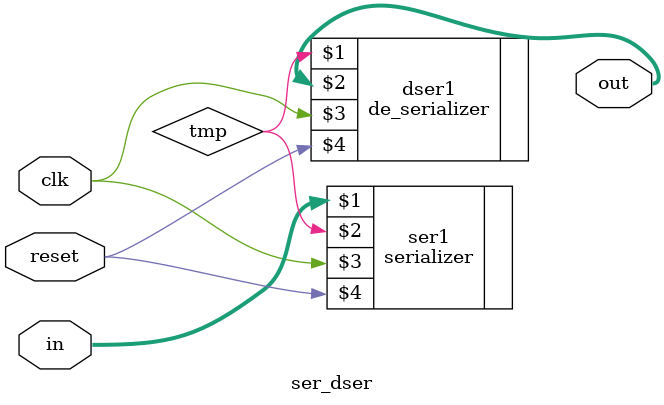
<source format=v>
`timescale 1ns / 1ps
module ser_dser(in,out,clk,reset
    );
input [7:0] in;
output [7:0] out;
input clk,reset;
wire tmp;
serializer ser1(in,tmp,clk,reset);
de_serializer dser1(tmp,out,clk,reset);

endmodule

</source>
